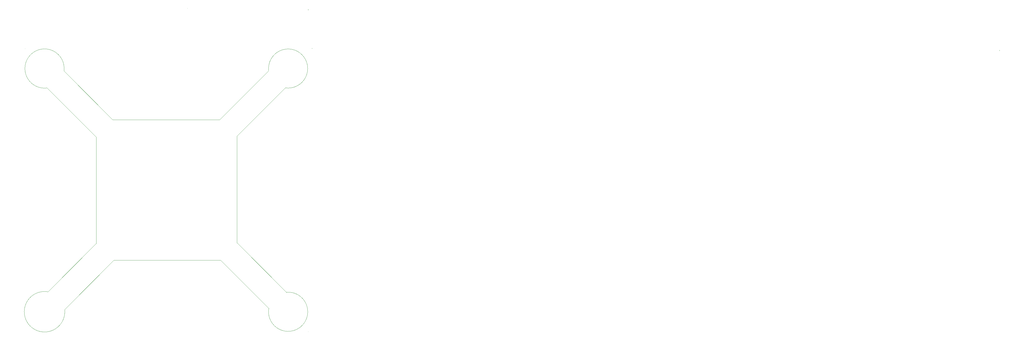
<source format=gm1>
G04 #@! TF.FileFunction,Profile,NP*
%FSLAX46Y46*%
G04 Gerber Fmt 4.6, Leading zero omitted, Abs format (unit mm)*
G04 Created by KiCad (PCBNEW 4.0.2+dfsg1-stable) date 2016年07月17日 星期日 15时22分32秒*
%MOMM*%
G01*
G04 APERTURE LIST*
%ADD10C,0.100000*%
G04 APERTURE END LIST*
D10*
X94407000Y-129492943D02*
G75*
G03X100368100Y-135813800I-1138200J-7044757D01*
G01*
X100368100Y-135712200D02*
X100368100Y-135801100D01*
X111480600Y-112471200D02*
X111493300Y-112471200D01*
X94437200Y-129514600D02*
X111480600Y-112471200D01*
X111493300Y-112496600D02*
X111455200Y-112496600D01*
X111493300Y-75069700D02*
X111493300Y-112496600D01*
X111493300Y-112471200D02*
X111493300Y-112420400D01*
X172224700Y-135407400D02*
X155232100Y-118414800D01*
X186080400Y-143535400D02*
X186080400Y-143560800D01*
X172189128Y-135434131D02*
G75*
G03X178308000Y-129667000I6817372J-1103569D01*
G01*
X100380800Y-135699500D02*
X117678200Y-118402100D01*
X143535400Y-29641800D02*
X143535400Y-29616400D01*
X177958574Y-57694885D02*
G75*
G03X172161200Y-51638200I1047926J6805985D01*
G01*
X100124090Y-51752817D02*
G75*
G03X94208600Y-57734200I-6855290J863917D01*
G01*
X117246400Y-68897500D02*
X117233700Y-68897500D01*
X117297200Y-68948300D02*
X117246400Y-68897500D01*
X154838400Y-68948300D02*
X117297200Y-68948300D01*
X155244800Y-118402100D02*
X155371800Y-118529100D01*
X117627400Y-118402100D02*
X155244800Y-118402100D01*
X160997900Y-112255300D02*
X161112200Y-112369600D01*
X160997900Y-74714100D02*
X160997900Y-112255300D01*
X111493300Y-75044300D02*
X111480600Y-75044300D01*
X178117500Y-57581800D02*
X160997900Y-74701400D01*
X172148500Y-51638200D02*
X154851100Y-68935600D01*
X178435000Y-129679700D02*
X161137600Y-112382300D01*
X94183200Y-57746900D02*
X111480600Y-75044300D01*
X100126800Y-51777900D02*
X117246400Y-68897500D01*
X187375800Y-43865800D02*
X187375800Y-43738800D01*
X186080400Y-29972000D02*
X186055000Y-29972000D01*
X186080400Y-30353000D02*
X186080400Y-29972000D01*
X429361600Y-44348400D02*
X429361600Y-44627800D01*
X86436200Y-43865800D02*
X86436200Y-43840400D01*
M02*

</source>
